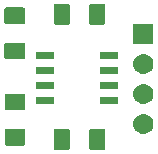
<source format=gbr>
G04 #@! TF.GenerationSoftware,KiCad,Pcbnew,5.0.1-33cea8e~68~ubuntu18.04.1*
G04 #@! TF.CreationDate,2018-11-27T00:32:40+01:00*
G04 #@! TF.ProjectId,AS5600_moveo_2,4153353630305F6D6F76656F5F322E6B,rev?*
G04 #@! TF.SameCoordinates,Original*
G04 #@! TF.FileFunction,Soldermask,Bot*
G04 #@! TF.FilePolarity,Negative*
%FSLAX46Y46*%
G04 Gerber Fmt 4.6, Leading zero omitted, Abs format (unit mm)*
G04 Created by KiCad (PCBNEW 5.0.1-33cea8e~68~ubuntu18.04.1) date mar 27 nov 2018 00:32:40 CET*
%MOMM*%
%LPD*%
G01*
G04 APERTURE LIST*
%ADD10C,0.100000*%
G04 APERTURE END LIST*
D10*
G36*
X149930064Y-88943237D02*
X149961628Y-88952812D01*
X149990717Y-88968360D01*
X150016214Y-88989286D01*
X150037140Y-89014783D01*
X150052688Y-89043872D01*
X150062263Y-89075436D01*
X150066100Y-89114398D01*
X150066100Y-90514402D01*
X150062263Y-90553364D01*
X150052688Y-90584928D01*
X150037140Y-90614017D01*
X150016214Y-90639514D01*
X149990717Y-90660440D01*
X149961628Y-90675988D01*
X149930064Y-90685563D01*
X149891102Y-90689400D01*
X148816098Y-90689400D01*
X148777136Y-90685563D01*
X148745572Y-90675988D01*
X148716483Y-90660440D01*
X148690986Y-90639514D01*
X148670060Y-90614017D01*
X148654512Y-90584928D01*
X148644937Y-90553364D01*
X148641100Y-90514402D01*
X148641100Y-89114398D01*
X148644937Y-89075436D01*
X148654512Y-89043872D01*
X148670060Y-89014783D01*
X148690986Y-88989286D01*
X148716483Y-88968360D01*
X148745572Y-88952812D01*
X148777136Y-88943237D01*
X148816098Y-88939400D01*
X149891102Y-88939400D01*
X149930064Y-88943237D01*
X149930064Y-88943237D01*
G37*
G36*
X146955064Y-88943237D02*
X146986628Y-88952812D01*
X147015717Y-88968360D01*
X147041214Y-88989286D01*
X147062140Y-89014783D01*
X147077688Y-89043872D01*
X147087263Y-89075436D01*
X147091100Y-89114398D01*
X147091100Y-90514402D01*
X147087263Y-90553364D01*
X147077688Y-90584928D01*
X147062140Y-90614017D01*
X147041214Y-90639514D01*
X147015717Y-90660440D01*
X146986628Y-90675988D01*
X146955064Y-90685563D01*
X146916102Y-90689400D01*
X145841098Y-90689400D01*
X145802136Y-90685563D01*
X145770572Y-90675988D01*
X145741483Y-90660440D01*
X145715986Y-90639514D01*
X145695060Y-90614017D01*
X145679512Y-90584928D01*
X145669937Y-90553364D01*
X145666100Y-90514402D01*
X145666100Y-89114398D01*
X145669937Y-89075436D01*
X145679512Y-89043872D01*
X145695060Y-89014783D01*
X145715986Y-88989286D01*
X145741483Y-88968360D01*
X145770572Y-88952812D01*
X145802136Y-88943237D01*
X145841098Y-88939400D01*
X146916102Y-88939400D01*
X146955064Y-88943237D01*
X146955064Y-88943237D01*
G37*
G36*
X143156764Y-88919937D02*
X143188328Y-88929512D01*
X143217417Y-88945060D01*
X143242914Y-88965986D01*
X143263840Y-88991483D01*
X143279388Y-89020572D01*
X143288963Y-89052136D01*
X143292800Y-89091098D01*
X143292800Y-90166102D01*
X143288963Y-90205064D01*
X143279388Y-90236628D01*
X143263840Y-90265717D01*
X143242914Y-90291214D01*
X143217417Y-90312140D01*
X143188328Y-90327688D01*
X143156764Y-90337263D01*
X143117802Y-90341100D01*
X141717798Y-90341100D01*
X141678836Y-90337263D01*
X141647272Y-90327688D01*
X141618183Y-90312140D01*
X141592686Y-90291214D01*
X141571760Y-90265717D01*
X141556212Y-90236628D01*
X141546637Y-90205064D01*
X141542800Y-90166102D01*
X141542800Y-89091098D01*
X141546637Y-89052136D01*
X141556212Y-89020572D01*
X141571760Y-88991483D01*
X141592686Y-88965986D01*
X141618183Y-88945060D01*
X141647272Y-88929512D01*
X141678836Y-88919937D01*
X141717798Y-88916100D01*
X143117802Y-88916100D01*
X143156764Y-88919937D01*
X143156764Y-88919937D01*
G37*
G36*
X153442930Y-87668599D02*
X153603155Y-87717203D01*
X153750820Y-87796131D01*
X153880249Y-87902351D01*
X153986469Y-88031780D01*
X154065397Y-88179445D01*
X154114001Y-88339670D01*
X154130412Y-88506300D01*
X154114001Y-88672930D01*
X154065397Y-88833155D01*
X153986469Y-88980820D01*
X153880249Y-89110249D01*
X153750820Y-89216469D01*
X153603155Y-89295397D01*
X153442930Y-89344001D01*
X153318052Y-89356300D01*
X153234548Y-89356300D01*
X153109670Y-89344001D01*
X152949445Y-89295397D01*
X152801780Y-89216469D01*
X152672351Y-89110249D01*
X152566131Y-88980820D01*
X152487203Y-88833155D01*
X152438599Y-88672930D01*
X152422188Y-88506300D01*
X152438599Y-88339670D01*
X152487203Y-88179445D01*
X152566131Y-88031780D01*
X152672351Y-87902351D01*
X152801780Y-87796131D01*
X152949445Y-87717203D01*
X153109670Y-87668599D01*
X153234548Y-87656300D01*
X153318052Y-87656300D01*
X153442930Y-87668599D01*
X153442930Y-87668599D01*
G37*
G36*
X143156764Y-85944937D02*
X143188328Y-85954512D01*
X143217417Y-85970060D01*
X143242914Y-85990986D01*
X143263840Y-86016483D01*
X143279388Y-86045572D01*
X143288963Y-86077136D01*
X143292800Y-86116098D01*
X143292800Y-87191102D01*
X143288963Y-87230064D01*
X143279388Y-87261628D01*
X143263840Y-87290717D01*
X143242914Y-87316214D01*
X143217417Y-87337140D01*
X143188328Y-87352688D01*
X143156764Y-87362263D01*
X143117802Y-87366100D01*
X141717798Y-87366100D01*
X141678836Y-87362263D01*
X141647272Y-87352688D01*
X141618183Y-87337140D01*
X141592686Y-87316214D01*
X141571760Y-87290717D01*
X141556212Y-87261628D01*
X141546637Y-87230064D01*
X141542800Y-87191102D01*
X141542800Y-86116098D01*
X141546637Y-86077136D01*
X141556212Y-86045572D01*
X141571760Y-86016483D01*
X141592686Y-85990986D01*
X141618183Y-85970060D01*
X141647272Y-85954512D01*
X141678836Y-85944937D01*
X141717798Y-85941100D01*
X143117802Y-85941100D01*
X143156764Y-85944937D01*
X143156764Y-85944937D01*
G37*
G36*
X151137900Y-86837800D02*
X149587900Y-86837800D01*
X149587900Y-86237800D01*
X151137900Y-86237800D01*
X151137900Y-86837800D01*
X151137900Y-86837800D01*
G37*
G36*
X145737900Y-86837800D02*
X144187900Y-86837800D01*
X144187900Y-86237800D01*
X145737900Y-86237800D01*
X145737900Y-86837800D01*
X145737900Y-86837800D01*
G37*
G36*
X153442930Y-85128599D02*
X153603155Y-85177203D01*
X153750820Y-85256131D01*
X153880249Y-85362351D01*
X153986469Y-85491780D01*
X154065397Y-85639445D01*
X154114001Y-85799670D01*
X154130412Y-85966300D01*
X154114001Y-86132930D01*
X154065397Y-86293155D01*
X153986469Y-86440820D01*
X153880249Y-86570249D01*
X153750820Y-86676469D01*
X153603155Y-86755397D01*
X153442930Y-86804001D01*
X153318052Y-86816300D01*
X153234548Y-86816300D01*
X153109670Y-86804001D01*
X152949445Y-86755397D01*
X152801780Y-86676469D01*
X152672351Y-86570249D01*
X152566131Y-86440820D01*
X152487203Y-86293155D01*
X152438599Y-86132930D01*
X152422188Y-85966300D01*
X152438599Y-85799670D01*
X152487203Y-85639445D01*
X152566131Y-85491780D01*
X152672351Y-85362351D01*
X152801780Y-85256131D01*
X152949445Y-85177203D01*
X153109670Y-85128599D01*
X153234548Y-85116300D01*
X153318052Y-85116300D01*
X153442930Y-85128599D01*
X153442930Y-85128599D01*
G37*
G36*
X145737900Y-85567800D02*
X144187900Y-85567800D01*
X144187900Y-84967800D01*
X145737900Y-84967800D01*
X145737900Y-85567800D01*
X145737900Y-85567800D01*
G37*
G36*
X151137900Y-85567800D02*
X149587900Y-85567800D01*
X149587900Y-84967800D01*
X151137900Y-84967800D01*
X151137900Y-85567800D01*
X151137900Y-85567800D01*
G37*
G36*
X151137900Y-84297800D02*
X149587900Y-84297800D01*
X149587900Y-83697800D01*
X151137900Y-83697800D01*
X151137900Y-84297800D01*
X151137900Y-84297800D01*
G37*
G36*
X145737900Y-84297800D02*
X144187900Y-84297800D01*
X144187900Y-83697800D01*
X145737900Y-83697800D01*
X145737900Y-84297800D01*
X145737900Y-84297800D01*
G37*
G36*
X153442930Y-82588599D02*
X153603155Y-82637203D01*
X153750820Y-82716131D01*
X153880249Y-82822351D01*
X153986469Y-82951780D01*
X154065397Y-83099445D01*
X154114001Y-83259670D01*
X154130412Y-83426300D01*
X154114001Y-83592930D01*
X154065397Y-83753155D01*
X153986469Y-83900820D01*
X153880249Y-84030249D01*
X153750820Y-84136469D01*
X153603155Y-84215397D01*
X153442930Y-84264001D01*
X153318052Y-84276300D01*
X153234548Y-84276300D01*
X153109670Y-84264001D01*
X152949445Y-84215397D01*
X152801780Y-84136469D01*
X152672351Y-84030249D01*
X152566131Y-83900820D01*
X152487203Y-83753155D01*
X152438599Y-83592930D01*
X152422188Y-83426300D01*
X152438599Y-83259670D01*
X152487203Y-83099445D01*
X152566131Y-82951780D01*
X152672351Y-82822351D01*
X152801780Y-82716131D01*
X152949445Y-82637203D01*
X153109670Y-82588599D01*
X153234548Y-82576300D01*
X153318052Y-82576300D01*
X153442930Y-82588599D01*
X153442930Y-82588599D01*
G37*
G36*
X143118664Y-81615937D02*
X143150228Y-81625512D01*
X143179317Y-81641060D01*
X143204814Y-81661986D01*
X143225740Y-81687483D01*
X143241288Y-81716572D01*
X143250863Y-81748136D01*
X143254700Y-81787098D01*
X143254700Y-82862102D01*
X143250863Y-82901064D01*
X143241288Y-82932628D01*
X143225740Y-82961717D01*
X143204814Y-82987214D01*
X143179317Y-83008140D01*
X143150228Y-83023688D01*
X143118664Y-83033263D01*
X143079702Y-83037100D01*
X141679698Y-83037100D01*
X141640736Y-83033263D01*
X141609172Y-83023688D01*
X141580083Y-83008140D01*
X141554586Y-82987214D01*
X141533660Y-82961717D01*
X141518112Y-82932628D01*
X141508537Y-82901064D01*
X141504700Y-82862102D01*
X141504700Y-81787098D01*
X141508537Y-81748136D01*
X141518112Y-81716572D01*
X141533660Y-81687483D01*
X141554586Y-81661986D01*
X141580083Y-81641060D01*
X141609172Y-81625512D01*
X141640736Y-81615937D01*
X141679698Y-81612100D01*
X143079702Y-81612100D01*
X143118664Y-81615937D01*
X143118664Y-81615937D01*
G37*
G36*
X151137900Y-83027800D02*
X149587900Y-83027800D01*
X149587900Y-82427800D01*
X151137900Y-82427800D01*
X151137900Y-83027800D01*
X151137900Y-83027800D01*
G37*
G36*
X145737900Y-83027800D02*
X144187900Y-83027800D01*
X144187900Y-82427800D01*
X145737900Y-82427800D01*
X145737900Y-83027800D01*
X145737900Y-83027800D01*
G37*
G36*
X154126300Y-81736300D02*
X152426300Y-81736300D01*
X152426300Y-80036300D01*
X154126300Y-80036300D01*
X154126300Y-81736300D01*
X154126300Y-81736300D01*
G37*
G36*
X149930064Y-78351437D02*
X149961628Y-78361012D01*
X149990717Y-78376560D01*
X150016214Y-78397486D01*
X150037140Y-78422983D01*
X150052688Y-78452072D01*
X150062263Y-78483636D01*
X150066100Y-78522598D01*
X150066100Y-79922602D01*
X150062263Y-79961564D01*
X150052688Y-79993128D01*
X150037140Y-80022217D01*
X150016214Y-80047714D01*
X149990717Y-80068640D01*
X149961628Y-80084188D01*
X149930064Y-80093763D01*
X149891102Y-80097600D01*
X148816098Y-80097600D01*
X148777136Y-80093763D01*
X148745572Y-80084188D01*
X148716483Y-80068640D01*
X148690986Y-80047714D01*
X148670060Y-80022217D01*
X148654512Y-79993128D01*
X148644937Y-79961564D01*
X148641100Y-79922602D01*
X148641100Y-78522598D01*
X148644937Y-78483636D01*
X148654512Y-78452072D01*
X148670060Y-78422983D01*
X148690986Y-78397486D01*
X148716483Y-78376560D01*
X148745572Y-78361012D01*
X148777136Y-78351437D01*
X148816098Y-78347600D01*
X149891102Y-78347600D01*
X149930064Y-78351437D01*
X149930064Y-78351437D01*
G37*
G36*
X146955064Y-78351437D02*
X146986628Y-78361012D01*
X147015717Y-78376560D01*
X147041214Y-78397486D01*
X147062140Y-78422983D01*
X147077688Y-78452072D01*
X147087263Y-78483636D01*
X147091100Y-78522598D01*
X147091100Y-79922602D01*
X147087263Y-79961564D01*
X147077688Y-79993128D01*
X147062140Y-80022217D01*
X147041214Y-80047714D01*
X147015717Y-80068640D01*
X146986628Y-80084188D01*
X146955064Y-80093763D01*
X146916102Y-80097600D01*
X145841098Y-80097600D01*
X145802136Y-80093763D01*
X145770572Y-80084188D01*
X145741483Y-80068640D01*
X145715986Y-80047714D01*
X145695060Y-80022217D01*
X145679512Y-79993128D01*
X145669937Y-79961564D01*
X145666100Y-79922602D01*
X145666100Y-78522598D01*
X145669937Y-78483636D01*
X145679512Y-78452072D01*
X145695060Y-78422983D01*
X145715986Y-78397486D01*
X145741483Y-78376560D01*
X145770572Y-78361012D01*
X145802136Y-78351437D01*
X145841098Y-78347600D01*
X146916102Y-78347600D01*
X146955064Y-78351437D01*
X146955064Y-78351437D01*
G37*
G36*
X143118664Y-78640937D02*
X143150228Y-78650512D01*
X143179317Y-78666060D01*
X143204814Y-78686986D01*
X143225740Y-78712483D01*
X143241288Y-78741572D01*
X143250863Y-78773136D01*
X143254700Y-78812098D01*
X143254700Y-79887102D01*
X143250863Y-79926064D01*
X143241288Y-79957628D01*
X143225740Y-79986717D01*
X143204814Y-80012214D01*
X143179317Y-80033140D01*
X143150228Y-80048688D01*
X143118664Y-80058263D01*
X143079702Y-80062100D01*
X141679698Y-80062100D01*
X141640736Y-80058263D01*
X141609172Y-80048688D01*
X141580083Y-80033140D01*
X141554586Y-80012214D01*
X141533660Y-79986717D01*
X141518112Y-79957628D01*
X141508537Y-79926064D01*
X141504700Y-79887102D01*
X141504700Y-78812098D01*
X141508537Y-78773136D01*
X141518112Y-78741572D01*
X141533660Y-78712483D01*
X141554586Y-78686986D01*
X141580083Y-78666060D01*
X141609172Y-78650512D01*
X141640736Y-78640937D01*
X141679698Y-78637100D01*
X143079702Y-78637100D01*
X143118664Y-78640937D01*
X143118664Y-78640937D01*
G37*
M02*

</source>
